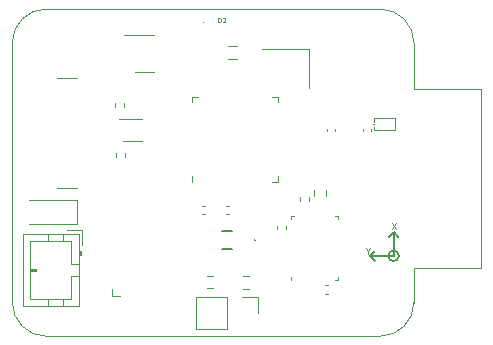
<source format=gbr>
%TF.GenerationSoftware,KiCad,Pcbnew,8.0.0*%
%TF.CreationDate,2024-03-13T13:13:58+00:00*%
%TF.ProjectId,HW_MoveCritic_KiCad_Project,48575f4d-6f76-4654-9372-697469635f4b,rev?*%
%TF.SameCoordinates,PX7ee4219PY616af6f*%
%TF.FileFunction,Legend,Top*%
%TF.FilePolarity,Positive*%
%FSLAX46Y46*%
G04 Gerber Fmt 4.6, Leading zero omitted, Abs format (unit mm)*
G04 Created by KiCad (PCBNEW 8.0.0) date 2024-03-13 13:13:58*
%MOMM*%
%LPD*%
G01*
G04 APERTURE LIST*
%ADD10C,0.150000*%
%ADD11C,0.125000*%
%ADD12C,0.100000*%
%ADD13C,0.120000*%
%ADD14C,0.200000*%
%TA.AperFunction,Profile*%
%ADD15C,0.100000*%
%TD*%
G04 APERTURE END LIST*
D10*
X32280000Y8800000D02*
X32680000Y8400000D01*
X32280000Y6800000D02*
X30279999Y6800000D01*
X32280000Y8800000D02*
X31880000Y8400000D01*
X32280000Y6800000D02*
X32280000Y8800000D01*
X30279999Y6800000D02*
X30680000Y6400000D01*
X32727214Y6800000D02*
G75*
G02*
X31832786Y6800000I-447214J0D01*
G01*
X31832786Y6800000D02*
G75*
G02*
X32727214Y6800000I447214J0D01*
G01*
X30279999Y6800000D02*
X30680000Y7200000D01*
D11*
X32133664Y9567691D02*
X32466997Y9067691D01*
X32466997Y9567691D02*
X32133664Y9067691D01*
X30076521Y7205786D02*
X30076521Y6967691D01*
X29909855Y7467691D02*
X30076521Y7205786D01*
X30076521Y7205786D02*
X30243188Y7467691D01*
D12*
X17432504Y26570066D02*
X17432504Y26970066D01*
X17432504Y26970066D02*
X17527742Y26970066D01*
X17527742Y26970066D02*
X17584885Y26951018D01*
X17584885Y26951018D02*
X17622980Y26912923D01*
X17622980Y26912923D02*
X17642027Y26874828D01*
X17642027Y26874828D02*
X17661075Y26798637D01*
X17661075Y26798637D02*
X17661075Y26741494D01*
X17661075Y26741494D02*
X17642027Y26665304D01*
X17642027Y26665304D02*
X17622980Y26627209D01*
X17622980Y26627209D02*
X17584885Y26589113D01*
X17584885Y26589113D02*
X17527742Y26570066D01*
X17527742Y26570066D02*
X17432504Y26570066D01*
X17813456Y26931971D02*
X17832504Y26951018D01*
X17832504Y26951018D02*
X17870599Y26970066D01*
X17870599Y26970066D02*
X17965837Y26970066D01*
X17965837Y26970066D02*
X18003932Y26951018D01*
X18003932Y26951018D02*
X18022980Y26931971D01*
X18022980Y26931971D02*
X18042027Y26893875D01*
X18042027Y26893875D02*
X18042027Y26855780D01*
X18042027Y26855780D02*
X18022980Y26798637D01*
X18022980Y26798637D02*
X17794408Y26570066D01*
X17794408Y26570066D02*
X18042027Y26570066D01*
D13*
%TO.C,R10*%
X26753641Y3569998D02*
X26446359Y3569998D01*
X26753641Y4329998D02*
X26446359Y4329998D01*
%TO.C,U2*%
X10950001Y18349998D02*
X9050001Y18349998D01*
X9350001Y16549998D02*
X10950001Y16549998D01*
%TO.C,L2*%
X18250378Y23439998D02*
X19049622Y23439998D01*
X18250378Y24559998D02*
X19049622Y24559998D01*
D12*
%TO.C,X1*%
X20570001Y8159999D02*
G75*
G02*
X20470001Y8159999I-50000J0D01*
G01*
X20470001Y8159999D02*
G75*
G02*
X20570001Y8159999I50000J0D01*
G01*
X20570001Y8159999D02*
X20570001Y8159999D01*
X20470001Y8159999D02*
X20470001Y8159999D01*
D14*
X18570001Y7409999D02*
X17770001Y7409999D01*
X18570001Y8909999D02*
X17770001Y8909999D01*
D13*
%TO.C,R4*%
X9446333Y19446357D02*
X9446333Y19753639D01*
X8686333Y19446357D02*
X8686333Y19753639D01*
D12*
%TO.C,D2*%
X16260000Y26600000D02*
G75*
G02*
X16160000Y26600000I-50000J0D01*
G01*
X16160000Y26600000D02*
G75*
G02*
X16260000Y26600000I50000J0D01*
G01*
D13*
%TO.C,C15*%
X30387500Y17562836D02*
X30387500Y17347164D01*
X29667500Y17562836D02*
X29667500Y17347164D01*
%TO.C,R3*%
X9507501Y15473639D02*
X9507501Y15166357D01*
X8747501Y15473639D02*
X8747501Y15166357D01*
%TO.C,C13*%
X16287837Y10329998D02*
X16072165Y10329998D01*
X16287837Y11049998D02*
X16072165Y11049998D01*
%TO.C,R8*%
X23130001Y9046359D02*
X23130001Y9353641D01*
X22370001Y9046359D02*
X22370001Y9353641D01*
%TO.C,R2*%
X16495243Y4047498D02*
X16969759Y4047498D01*
X16495243Y5092498D02*
X16969759Y5092498D01*
%TO.C,J2*%
X9080001Y3379999D02*
X8445001Y3379999D01*
X8445001Y3379999D02*
X8445001Y4014999D01*
%TO.C,SW1*%
X20785002Y3289999D02*
X20785002Y1959999D01*
X19455002Y3289999D02*
X20785002Y3289999D01*
X18185002Y629999D02*
X15585002Y629999D01*
X18185002Y3289999D02*
X18185002Y629999D01*
X18185002Y3289999D02*
X15585002Y3289999D01*
X15585002Y3289999D02*
X15585002Y629999D01*
%TO.C,J3*%
X3810000Y12530000D02*
X5510000Y12530000D01*
X3810000Y21870000D02*
X5510000Y21870000D01*
%TO.C,J1*%
X5909999Y7709999D02*
X5909999Y8959999D01*
X5909999Y8959999D02*
X4659999Y8959999D01*
X5809999Y6899999D02*
X5809999Y7199999D01*
X5809999Y7199999D02*
X5609999Y7199999D01*
X5709999Y6899999D02*
X5709999Y7199999D01*
X5609999Y2539999D02*
X5609999Y8659999D01*
X5609999Y6099999D02*
X4999999Y6099999D01*
X5609999Y6899999D02*
X5809999Y6899999D01*
X5609999Y8659999D02*
X889999Y8659999D01*
X4999999Y3149999D02*
X4999999Y5099999D01*
X4999999Y5099999D02*
X5609999Y5099999D01*
X4999999Y6099999D02*
X4999999Y8049999D01*
X4999999Y8049999D02*
X1499999Y8049999D01*
X4299999Y2539999D02*
X4299999Y3149999D01*
X4299999Y8659999D02*
X4299999Y8049999D01*
X2999999Y2539999D02*
X2999999Y3149999D01*
X2999999Y8659999D02*
X2999999Y8049999D01*
X1999999Y5499999D02*
X1499999Y5499999D01*
X1999999Y5699999D02*
X1999999Y5499999D01*
X1499999Y3149999D02*
X4999999Y3149999D01*
X1499999Y5599999D02*
X1999999Y5599999D01*
X1499999Y5699999D02*
X1999999Y5699999D01*
X1499999Y8049999D02*
X1499999Y3149999D01*
X889999Y2539999D02*
X5609999Y2539999D01*
X889999Y8659999D02*
X889999Y2539999D01*
%TO.C,U1*%
X22452502Y13069999D02*
X21977502Y13069999D01*
X22452502Y13544999D02*
X22452502Y13069999D01*
X22452502Y19814999D02*
X22452502Y20289999D01*
X22452502Y20289999D02*
X21977502Y20289999D01*
X15232502Y13544999D02*
X15232502Y13069999D01*
X15232502Y19814999D02*
X15232502Y20289999D01*
X15232502Y20289999D02*
X15707502Y20289999D01*
%TO.C,R6*%
X26572502Y12337257D02*
X26572502Y11862741D01*
X25527502Y12337257D02*
X25527502Y11862741D01*
%TO.C,D1*%
X5460000Y9499998D02*
X5460000Y11499998D01*
X5460000Y9499998D02*
X1450000Y9499998D01*
X5460000Y11499998D02*
X1450000Y11499998D01*
%TO.C,R1*%
X20019758Y4037500D02*
X19545242Y4037500D01*
X20019758Y5082500D02*
X19545242Y5082500D01*
%TO.C,C14*%
X27337501Y17562834D02*
X27337501Y17347162D01*
X26617501Y17562834D02*
X26617501Y17347162D01*
%TO.C,R7*%
X25080000Y11753639D02*
X25080000Y11446357D01*
X24320000Y11753639D02*
X24320000Y11446357D01*
%TO.C,C12*%
X18092164Y10340000D02*
X18307836Y10340000D01*
X18092164Y11060000D02*
X18307836Y11060000D01*
D12*
%TO.C,FLT1*%
X30678731Y17940000D02*
G75*
G02*
X30596269Y17940000I-41231J0D01*
G01*
X30596269Y17940000D02*
G75*
G02*
X30678731Y17940000I41231J0D01*
G01*
X32427500Y17460000D02*
X30637500Y17460000D01*
X32427500Y18460000D02*
X32427500Y17460000D01*
X30637500Y17460000D02*
X30637500Y17740000D01*
X30637500Y18150000D02*
X30637500Y18460000D01*
X30637500Y18460000D02*
X32427500Y18460000D01*
D13*
%TO.C,U5*%
X27610001Y4789999D02*
X27610001Y5049999D01*
X27610001Y4789999D02*
X27350001Y4789999D01*
X27610001Y10209999D02*
X27610001Y9949999D01*
X27610001Y10209999D02*
X27350001Y10209999D01*
X23590001Y4789999D02*
X23590001Y5049999D01*
X23590001Y10209999D02*
X23850001Y10209999D01*
X23590001Y10209999D02*
X23590001Y9949999D01*
%TO.C,X2*%
X25110001Y21029999D02*
X25110001Y24329999D01*
X25110001Y24329999D02*
X21110001Y24329999D01*
%TO.C,U3*%
X11222501Y22350000D02*
X12022501Y22350000D01*
X11222501Y22350000D02*
X10422501Y22350000D01*
X11222501Y25470000D02*
X12022501Y25470000D01*
X11222501Y25470000D02*
X9422501Y25470000D01*
%TD*%
D15*
X31150001Y27699999D02*
X2849999Y27699998D01*
X0Y24849999D02*
G75*
G02*
X2849999Y27699997I2849998J0D01*
G01*
X34000000Y24850000D02*
X34000002Y20959999D01*
X2850000Y0D02*
X31150001Y-2D01*
X34000002Y2849999D02*
X34000002Y5759999D01*
X0Y24849999D02*
X0Y2849999D01*
X34000002Y2849999D02*
G75*
G02*
X31150001Y-4I-2850003J0D01*
G01*
X31150001Y27699999D02*
G75*
G02*
X33999999Y24850000I-2J-2850000D01*
G01*
X2850000Y0D02*
G75*
G02*
X-1Y2849999I-2J2849999D01*
G01*
%TO.C,AE1*%
X39700000Y20959998D02*
X34000000Y20959998D01*
X39700000Y20959998D02*
X39700000Y5759998D01*
X39700000Y5759998D02*
X34010000Y5759998D01*
%TD*%
M02*

</source>
